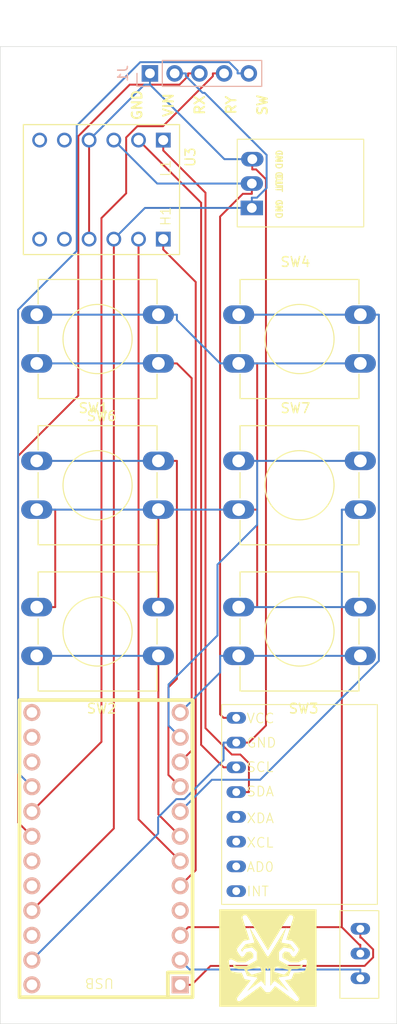
<source format=kicad_pcb>
(kicad_pcb (version 20240108) (generator "pcbnew") (generator_version "8.0")
  (layers (0 "F.Cu" signal) (31 "B.Cu" signal) (34 "B.Paste" user) (35 "F.Paste" user) (36 "B.SilkS" user "B.Silkscreen") (37 "F.SilkS" user "F.Silkscreen") (38 "B.Mask" user) (39 "F.Mask" user) (44 "Edge.Cuts" user))
  (net 0 "")
  (net 1 "Net-(MPU1-SDA)")
  (net 2 "Net-(MPU1-VCC)")
  (net 4 "Net-(J1-Pin_1)")
  (net 8 "Net-(MPU1-SCL)")
  (net 9 "Net-(J1-Pin_2)")
  (net 10 "Net-(U1-D7)")
  (net 11 "Net-(U1-D4)")
  (net 12 "Net-(U1-B5)")
  (net 14 "Net-(J1-Pin_4)")
  (net 15 "Net-(J1-Pin_5)")
  (net 16 "Net-(J1-Pin_3)")
  (net 17 "Net-(U1-SCL)")
  (net 18 "Net-(U1-E6)")
  (net 25 "Net-(SW5-C)")
  (net 26 "Net-(U1-SDA)")
  (net 28 "Net-(SW5-A)")
  (net 29 "Net-(U1-B4)")
  (net 34 "Net-(U1-C6)")
  (net 35 "Net-(SW5-B)")
  (footprint "Library:MPU6050 Accelerometer" (layer "F.Cu") (at 185.5 104)
    (property "Reference" "MPU1" (hide yes))
    (property "Value" "~" (hide yes))
    (fp_text user "XCL" (at -5.5 2.25 0) (layer "F.SilkS") (effects (font (thickness 0.1)) (justify left bottom)))
    (fp_text user "INT" (at -5.5 7.25 0) (layer "F.SilkS") (effects (font (thickness 0.1)) (justify left bottom)))
    (fp_text user "SDA" (at -5.5 -3 0) (layer "F.SilkS") (effects (font (thickness 0.1)) (justify left bottom)))
    (fp_text user "SCL" (at -5.5 -5.5 0) (layer "F.SilkS") (effects (font (thickness 0.1)) (justify left bottom)))
    (fp_text user "GND" (at -5.5 -8 0) (layer "F.SilkS") (effects (font (thickness 0.1)) (justify left bottom)))
    (fp_text user "AD0" (at -5.5 4.75 0) (layer "F.SilkS") (effects (font (thickness 0.1)) (justify left bottom)))
    (fp_text user "VCC" (at -5.5 -10.5 0) (layer "F.SilkS") (effects (font (thickness 0.1)) (justify left bottom)))
    (fp_text user "XDA" (at -5.5 -0.25 0) (layer "F.SilkS") (effects (font (thickness 0.1)) (justify left bottom)))
    (pad "1" thru_hole oval (at -6.5 -11.14 270) (size 1.2 2) (drill 0.8) (layers "*.Cu" "*.Mask") (net 2 "Net-(MPU1-VCC)"))
    (pad "2" thru_hole oval (at -6.5 -8.6 270) (size 1.2 2) (drill 0.8) (layers "*.Cu" "*.Mask") (net 4 "Net-(J1-Pin_1)"))
    (pad "3" thru_hole oval (at -6.5 -6.06 270) (size 1.2 2) (drill 0.8) (layers "*.Cu" "*.Mask") (net 8 "Net-(MPU1-SCL)"))
    (pad "4" thru_hole oval (at -6.5 -3.52 270) (size 1.2 2) (drill 0.8) (layers "*.Cu" "*.Mask") (net 1 "Net-(MPU1-SDA)"))
    (pad "5" thru_hole oval (at -6.5 -0.98 270) (size 1.2 2) (drill 0.8) (layers "*.Cu" "*.Mask"))
    (pad "6" thru_hole oval (at -6.5 1.56 270) (size 1.2 2) (drill 0.8) (layers "*.Cu" "*.Mask"))
    (pad "7" thru_hole oval (at -6.5 4.1 270) (size 1.2 2) (drill 0.8) (layers "*.Cu" "*.Mask"))
    (pad "8" thru_hole oval (at -6.5 6.64 270) (size 1.2 2) (drill 0.8) (layers "*.Cu" "*.Mask"))
  )
  (footprint "Library:SS12D00G SPDT Micro Switch" (layer "F.Cu") (at 191.75 117.04 -90)
    (property "Reference" "SW5" (hide yes))
    (property "Value" "SW_SPDT" (hide yes))
    (pad "1" thru_hole oval (at -2.54 0 270) (size 1.2 2) (drill 0.8) (layers "*.Cu" "*.Mask") (net 28 "Net-(SW5-A)"))
    (pad "2" thru_hole oval (at 0 0 270) (size 1.2 2) (drill 0.8) (layers "*.Cu" "*.Mask") (net 35 "Net-(SW5-B)"))
    (pad "3" thru_hole oval (at 2.54 0 270) (size 1.2 2) (drill 0.8) (layers "*.Cu" "*.Mask") (net 25 "Net-(SW5-C)"))
  )
  (footprint "Library:SW_PUSH-12mmWITHCap" (layer "F.Cu") (at 171 56.5 180)
    (property "Reference" "SW6" (at 5.83 -5.41 180) (layer "F.SilkS"))
    (property "Value" "SW_Omron_B3FS")
    (pad "1" thru_hole oval (at 0 0 180) (size 3.2 1.9) (drill 1.3) (layers "*.Cu" "*.Mask") (net 18 "Net-(U1-E6)"))
    (pad "1" thru_hole oval (at 12.5 0 180) (size 3.2 1.9) (drill 1.3) (layers "*.Cu" "*.Mask") (net 18 "Net-(U1-E6)"))
    (pad "2" thru_hole oval (at 0 5 180) (size 3.2 1.9) (drill 1.3) (layers "*.Cu" "*.Mask") (net 35 "Net-(SW5-B)"))
    (pad "2" thru_hole oval (at 12.5 5 180) (size 3.2 1.9) (drill 1.3) (layers "*.Cu" "*.Mask") (net 35 "Net-(SW5-B)"))
  )
  (footprint "Library:SmallInvertVCR" (layer "F.Cu") (at 182.25 117.5)
    (property "Reference" "G***" (hide yes))
    (property "Value" "LOGO" (hide yes))
  )
  (footprint "ProMicroFootprint:ARDUINO_PRO_MICRO" (layer "F.Cu") (at 165.62 106.28 90)
    (property "Reference" "U1" (hide yes))
    (property "Value" "ProMicro" (hide yes))
    (pad "1" thru_hole rect (at -13.97 7.62 90) (size 1.7526 1.7526) (drill 1.0922) (layers "*.Cu" "*.SilkS" "*.Mask") (net 28 "Net-(SW5-A)"))
    (pad "2" thru_hole circle (at -11.43 7.62 90) (size 1.7526 1.7526) (drill 1.0922) (layers "*.Cu" "*.SilkS" "*.Mask") (net 25 "Net-(SW5-C)"))
    (pad "3" thru_hole circle (at -8.89 7.62 90) (size 1.7526 1.7526) (drill 1.0922) (layers "*.Cu" "*.SilkS" "*.Mask") (net 35 "Net-(SW5-B)"))
    (pad "4" thru_hole circle (at -6.35 7.62 90) (size 1.7526 1.7526) (drill 1.0922) (layers "*.Cu" "*.SilkS" "*.Mask"))
    (pad "5" thru_hole circle (at -3.81 7.62 90) (size 1.7526 1.7526) (drill 1.0922) (layers "*.Cu" "*.SilkS" "*.Mask") (net 26 "Net-(U1-SDA)"))
    (pad "6" thru_hole circle (at -1.27 7.62 90) (size 1.7526 1.7526) (drill 1.0922) (layers "*.Cu" "*.SilkS" "*.Mask") (net 17 "Net-(U1-SCL)"))
    (pad "7" thru_hole circle (at 1.27 7.62 90) (size 1.7526 1.7526) (drill 1.0922) (layers "*.Cu" "*.SilkS" "*.Mask") (net 11 "Net-(U1-D4)"))
    (pad "8" thru_hole circle (at 3.81 7.62 90) (size 1.7526 1.7526) (drill 1.0922) (layers "*.Cu" "*.SilkS" "*.Mask") (net 34 "Net-(U1-C6)"))
    (pad "9" thru_hole circle (at 6.35 7.62 90) (size 1.7526 1.7526) (drill 1.0922) (layers "*.Cu" "*.SilkS" "*.Mask") (net 10 "Net-(U1-D7)"))
    (pad "10" thru_hole circle (at 8.89 7.62 90) (size 1.7526 1.7526) (drill 1.0922) (layers "*.Cu" "*.SilkS" "*.Mask") (net 18 "Net-(U1-E6)"))
    (pad "11" thru_hole circle (at 11.43 7.62 90) (size 1.7526 1.7526) (drill 1.0922) (layers "*.Cu" "*.SilkS" "*.Mask") (net 29 "Net-(U1-B4)"))
    (pad "12" thru_hole circle (at 13.97 7.62 90) (size 1.7526 1.7526) (drill 1.0922) (layers "*.Cu" "*.SilkS" "*.Mask") (net 12 "Net-(U1-B5)"))
    (pad "13" thru_hole circle (at 13.97 -7.62 90) (size 1.7526 1.7526) (drill 1.0922) (layers "*.Cu" "*.SilkS" "*.Mask"))
    (pad "14" thru_hole circle (at 11.43 -7.62 90) (size 1.7526 1.7526) (drill 1.0922) (layers "*.Cu" "*.SilkS" "*.Mask"))
    (pad "15" thru_hole circle (at 8.89 -7.62 90) (size 1.7526 1.7526) (drill 1.0922) (layers "*.Cu" "*.SilkS" "*.Mask"))
    (pad "16" thru_hole circle (at 6.35 -7.62 90) (size 1.7526 1.7526) (drill 1.0922) (layers "*.Cu" "*.SilkS" "*.Mask") (net 15 "Net-(J1-Pin_5)"))
    (pad "17" thru_hole circle (at 3.81 -7.62 90) (size 1.7526 1.7526) (drill 1.0922) (layers "*.Cu" "*.SilkS" "*.Mask") (net 14 "Net-(J1-Pin_4)"))
    (pad "18" thru_hole circle (at 1.27 -7.62 90) (size 1.7526 1.7526) (drill 1.0922) (layers "*.Cu" "*.SilkS" "*.Mask") (net 16 "Net-(J1-Pin_3)"))
    (pad "19" thru_hole circle (at -1.27 -7.62 90) (size 1.7526 1.7526) (drill 1.0922) (layers "*.Cu" "*.SilkS" "*.Mask"))
    (pad "20" thru_hole circle (at -3.81 -7.62 90) (size 1.7526 1.7526) (drill 1.0922) (layers "*.Cu" "*.SilkS" "*.Mask"))
    (pad "21" thru_hole circle (at -6.35 -7.62 90) (size 1.7526 1.7526) (drill 1.0922) (layers "*.Cu" "*.SilkS" "*.Mask") (net 9 "Net-(J1-Pin_2)"))
    (pad "22" thru_hole circle (at -8.89 -7.62 90) (size 1.7526 1.7526) (drill 1.0922) (layers "*.Cu" "*.SilkS" "*.Mask"))
    (pad "23" thru_hole circle (at -11.43 -7.62 90) (size 1.7526 1.7526) (drill 1.0922) (layers "*.Cu" "*.SilkS" "*.Mask") (net 4 "Net-(J1-Pin_1)"))
    (pad "24" thru_hole circle (at -13.97 -7.62 90) (size 1.7526 1.7526) (drill 1.0922) (layers "*.Cu" "*.SilkS" "*.Mask"))
  )
  (footprint "Library:SW_PUSH-12mmWITHCap" (layer "F.Cu") (at 179.25 66.5)
    (property "Reference" "SW7" (at 5.83 -5.41 0) (layer "F.SilkS"))
    (property "Value" "SW_Omron_B3FS")
    (pad "1" thru_hole oval (at 0 0) (size 3.2 1.9) (drill 1.3) (layers "*.Cu" "*.Mask") (net 29 "Net-(U1-B4)"))
    (pad "1" thru_hole oval (at 12.5 0) (size 3.2 1.9) (drill 1.3) (layers "*.Cu" "*.Mask") (net 29 "Net-(U1-B4)"))
    (pad "2" thru_hole oval (at 0 5) (size 3.2 1.9) (drill 1.3) (layers "*.Cu" "*.Mask") (net 35 "Net-(SW5-B)"))
    (pad "2" thru_hole oval (at 12.5 5) (size 3.2 1.9) (drill 1.3) (layers "*.Cu" "*.Mask") (net 35 "Net-(SW5-B)"))
  )
  (footprint "Library:SW_PUSH-12mmWITHCap" (layer "F.Cu") (at 158.5 66.5)
    (property "Reference" "SW1" (at 5.83 -5.41 0) (layer "F.SilkS"))
    (property "Value" "SW_Omron_B3FS")
    (pad "1" thru_hole oval (at 0 0) (size 3.2 1.9) (drill 1.3) (layers "*.Cu" "*.Mask") (net 10 "Net-(U1-D7)"))
    (pad "1" thru_hole oval (at 12.5 0) (size 3.2 1.9) (drill 1.3) (layers "*.Cu" "*.Mask") (net 10 "Net-(U1-D7)"))
    (pad "2" thru_hole oval (at 0 5) (size 3.2 1.9) (drill 1.3) (layers "*.Cu" "*.Mask") (net 35 "Net-(SW5-B)"))
    (pad "2" thru_hole oval (at 12.5 5) (size 3.2 1.9) (drill 1.3) (layers "*.Cu" "*.Mask") (net 35 "Net-(SW5-B)"))
  )
  (footprint "Logic Converter:BiDirectional Logic Converter" (layer "F.Cu") (at 165.15 38.67 -90)
    (property "Reference" "U3" (at -3.325 -9.135 -90) (layer "F.SilkS"))
    (property "Value" "BOB-12009")
    (pad "GND_1" thru_hole circle (at 5.08 1.27 270) (size 1.524 1.524) (drill 1.016) (layers "*.Cu" "*.Mask") (net 4 "Net-(J1-Pin_1)"))
    (pad "GND_2" thru_hole circle (at -5.08 1.27 270) (size 1.524 1.524) (drill 1.016) (layers "*.Cu" "*.Mask") (net 4 "Net-(J1-Pin_1)"))
    (pad "HV" thru_hole circle (at 5.08 -1.27 270) (size 1.524 1.524) (drill 1.016) (layers "*.Cu" "*.Mask") (net 9 "Net-(J1-Pin_2)"))
    (pad "HV1" thru_hole rect (at 5.08 -6.35 270) (size 1.524 1.524) (drill 1.016) (layers "*.Cu" "*.Mask") (net 26 "Net-(U1-SDA)"))
    (pad "HV2" thru_hole circle (at 5.08 -3.81 270) (size 1.524 1.524) (drill 1.016) (layers "*.Cu" "*.Mask") (net 17 "Net-(U1-SCL)"))
    (pad "HV3" thru_hole circle (at 5.08 3.81 270) (size 1.524 1.524) (drill 1.016) (layers "*.Cu" "*.Mask"))
    (pad "HV4" thru_hole circle (at 5.08 6.35 270) (size 1.524 1.524) (drill 1.016) (layers "*.Cu" "*.Mask"))
    (pad "LV" thru_hole circle (at -5.08 -1.27 270) (size 1.524 1.524) (drill 1.016) (layers "*.Cu" "*.Mask") (net 2 "Net-(MPU1-VCC)"))
    (pad "LV1" thru_hole rect (at -5.08 -6.35 270) (size 1.524 1.524) (drill 1.016) (layers "*.Cu" "*.Mask") (net 1 "Net-(MPU1-SDA)"))
    (pad "LV2" thru_hole circle (at -5.08 -3.81 270) (size 1.524 1.524) (drill 1.016) (layers "*.Cu" "*.Mask") (net 8 "Net-(MPU1-SCL)"))
    (pad "LV3" thru_hole circle (at -5.08 3.81 270) (size 1.524 1.524) (drill 1.016) (layers "*.Cu" "*.Mask"))
    (pad "LV4" thru_hole circle (at -5.08 6.35 270) (size 1.524 1.524) (drill 1.016) (layers "*.Cu" "*.Mask"))
  )
  (footprint "Library:SW_PUSH-12mmWITHCap" (layer "F.Cu") (at 171 86.5 180)
    (property "Reference" "SW2" (at 5.83 -5.41 180) (layer "F.SilkS"))
    (property "Value" "SW_Omron_B3FS")
    (pad "1" thru_hole oval (at 0 0 180) (size 3.2 1.9) (drill 1.3) (layers "*.Cu" "*.Mask") (net 11 "Net-(U1-D4)"))
    (pad "1" thru_hole oval (at 12.5 0 180) (size 3.2 1.9) (drill 1.3) (layers "*.Cu" "*.Mask") (net 11 "Net-(U1-D4)"))
    (pad "2" thru_hole oval (at 0 5 180) (size 3.2 1.9) (drill 1.3) (layers "*.Cu" "*.Mask") (net 35 "Net-(SW5-B)"))
    (pad "2" thru_hole oval (at 12.5 5 180) (size 3.2 1.9) (drill 1.3) (layers "*.Cu" "*.Mask") (net 35 "Net-(SW5-B)"))
  )
  (footprint "Library:SW_PUSH-12mmWITHCap" (layer "F.Cu") (at 191.75 86.5 180)
    (property "Reference" "SW3" (at 5.83 -5.41 180) (layer "F.SilkS"))
    (property "Value" "SW_Omron_B3FS")
    (pad "1" thru_hole oval (at 0 0 180) (size 3.2 1.9) (drill 1.3) (layers "*.Cu" "*.Mask") (net 12 "Net-(U1-B5)"))
    (pad "1" thru_hole oval (at 12.5 0 180) (size 3.2 1.9) (drill 1.3) (layers "*.Cu" "*.Mask") (net 12 "Net-(U1-B5)"))
    (pad "2" thru_hole oval (at 0 5 180) (size 3.2 1.9) (drill 1.3) (layers "*.Cu" "*.Mask") (net 35 "Net-(SW5-B)"))
    (pad "2" thru_hole oval (at 12.5 5 180) (size 3.2 1.9) (drill 1.3) (layers "*.Cu" "*.Mask") (net 35 "Net-(SW5-B)"))
  )
  (footprint "Library:3.3v InOutGnd Voltage Regulator Invert" (layer "F.Cu") (at 179.1 38 -90)
    (property "Reference" "U2" (hide yes))
    (property "Value" "~")
    (fp_text user "GND OUT  IN" (at -0.25 -3.9 -90) (layer "F.SilkS") (effects (font (size 0.65 0.65) (thickness 0.125) (bold yes)) (justify bottom)))
    (fp_text user "IN  OUT  GND" (at 0.25 -3.9 -90) (layer "F.SilkS") (effects (font (size 0.65 0.65) (thickness 0.125) (bold yes)) (justify bottom)))
    (pad "1" thru_hole rect (at 2.55 -1.5 270) (size 1.5 2.3) (drill 1) (layers "*.Cu" "*.Mask") (net 9 "Net-(J1-Pin_2)"))
    (pad "2" thru_hole oval (at 0.05 -1.5 270) (size 1.5 2.3) (drill 1) (layers "*.Cu" "*.Mask") (net 2 "Net-(MPU1-VCC)"))
    (pad "3" thru_hole oval (at -2.45 -1.55 270) (size 1.5 2.3) (drill 1) (layers "*.Cu" "*.Mask") (net 4 "Net-(J1-Pin_1)"))
  )
  (footprint "Library:SW_PUSH-12mmWITHCap" (layer "F.Cu") (at 179.25 51.5)
    (property "Reference" "SW4" (at 5.83 -5.41 0) (layer "F.SilkS"))
    (property "Value" "SW_Omron_B3FS")
    (pad "1" thru_hole oval (at 0 0) (size 3.2 1.9) (drill 1.3) (layers "*.Cu" "*.Mask") (net 34 "Net-(U1-C6)"))
    (pad "1" thru_hole oval (at 12.5 0) (size 3.2 1.9) (drill 1.3) (layers "*.Cu" "*.Mask") (net 34 "Net-(U1-C6)"))
    (pad "2" thru_hole oval (at 0 5) (size 3.2 1.9) (drill 1.3) (layers "*.Cu" "*.Mask") (net 35 "Net-(SW5-B)"))
    (pad "2" thru_hole oval (at 12.5 5) (size 3.2 1.9) (drill 1.3) (layers "*.Cu" "*.Mask") (net 35 "Net-(SW5-B)"))
  )
  (footprint "Library:Joystick Module" (layer "B.Cu") (at 170.13 26.75 -90)
    (property "Reference" "J1" (at 0 2.77 90) (layer "B.SilkS") (effects (justify mirror)))
    (property "Value" "Conn_01x05_Socket")
    (pad "1" thru_hole rect (at 0 0 270) (size 1.7 1.7) (drill 1) (layers "*.Cu" "*.Mask") (net 4 "Net-(J1-Pin_1)"))
    (pad "2" thru_hole oval (at 0 -2.54 270) (size 1.7 1.7) (drill 1) (layers "*.Cu" "*.Mask") (net 9 "Net-(J1-Pin_2)"))
    (pad "3" thru_hole oval (at 0 -5.08 270) (size 1.7 1.7) (drill 1) (layers "*.Cu" "*.Mask") (net 16 "Net-(J1-Pin_3)"))
    (pad "4" thru_hole oval (at 0 -7.62 270) (size 1.7 1.7) (drill 1) (layers "*.Cu" "*.Mask") (net 14 "Net-(J1-Pin_4)"))
    (pad "5" thru_hole oval (at 0 -10.16 270) (size 1.7 1.7) (drill 1) (layers "*.Cu" "*.Mask") (net 15 "Net-(J1-Pin_5)"))
  )
  (gr_rect (start 154.75 24) (end 195.5 124.25) (stroke (width 0.05)) (fill none) (layer "Edge.Cuts"))
  (gr_text "H1    L1" (at 171.75 39 90) (layer "F.SilkS") (effects (font (size 1 1) (thickness 0.1))))
  (gr_text "GND\n\nVIN\n\nRX\n\nRY\n\nSW" (at 175.25 30 90) (layer "F.SilkS") (effects (font (size 1 1) (thickness 0.2) (bold yes))))
  (gr_text "USB" (at 166.5 119.5 180) (layer "F.SilkS") (effects (font (size 1 1) (thickness 0.1)) (justify left bottom)))
  (segment (start 171.5 34.6537) (end 175.8391 38.9928) (width 0.2) (layer "F.Cu") (net 1))
  (segment (start 179 100.48) (end 180.3017 100.48) (width 0.2) (layer "F.Cu") (net 1))
  (segment (start 178.5447 96.6251) (end 179.4219 96.6251) (width 0.2) (layer "F.Cu") (net 1))
  (segment (start 175.8391 93.9195) (end 178.5447 96.6251) (width 0.2) (layer "F.Cu") (net 1))
  (segment (start 180.3017 97.5049) (end 180.3017 100.48) (width 0.2) (layer "F.Cu") (net 1))
  (segment (start 171.5 33.59) (end 171.5 34.6537) (width 0.2) (layer "F.Cu") (net 1))
  (segment (start 179.4219 96.6251) (end 180.3017 97.5049) (width 0.2) (layer "F.Cu") (net 1))
  (segment (start 175.8391 38.9928) (end 175.8391 93.9195) (width 0.2) (layer "F.Cu") (net 1))
  (segment (start 179 92.86) (end 177.6983 92.86) (width 0.2) (layer "F.Cu") (net 2))
  (segment (start 179.6798 39.1017) (end 177.3393 41.4422) (width 0.2) (layer "F.Cu") (net 2))
  (segment (start 177.3393 92.501) (end 177.6983 92.86) (width 0.2) (layer "F.Cu") (net 2))
  (segment (start 177.3393 41.4422) (end 177.3393 92.501) (width 0.2) (layer "F.Cu") (net 2))
  (segment (start 180.6 39.1017) (end 179.6798 39.1017) (width 0.2) (layer "F.Cu") (net 2))
  (segment (start 180.6 38.05) (end 180.6 39.1017) (width 0.2) (layer "F.Cu") (net 2))
  (segment (start 180.6 38.05) (end 179.1483 38.05) (width 0.2) (layer "B.Cu") (net 2))
  (segment (start 166.42 33.59) (end 170.88 38.05) (width 0.2) (layer "B.Cu") (net 2))
  (segment (start 170.88 38.05) (end 179.1483 38.05) (width 0.2) (layer "B.Cu") (net 2))
  (segment (start 182.0517 93.65) (end 180.3017 95.4) (width 0.2) (layer "F.Cu") (net 4))
  (segment (start 180.65 35.55) (end 180.65 36.6017) (width 0.2) (layer "F.Cu") (net 4))
  (segment (start 182.0517 37.609) (end 182.0517 93.65) (width 0.2) (layer "F.Cu") (net 4))
  (segment (start 179 95.4) (end 180.3017 95.4) (width 0.2) (layer "F.Cu") (net 4))
  (segment (start 163.88 33.59) (end 163.88 43.75) (width 0.2) (layer "F.Cu") (net 4))
  (segment (start 181.0444 36.6017) (end 182.0517 37.609) (width 0.2) (layer "F.Cu") (net 4))
  (segment (start 180.65 36.6017) (end 181.0444 36.6017) (width 0.2) (layer "F.Cu") (net 4))
  (segment (start 177.6983 97.1855) (end 177.6983 95.4) (width 0.2) (layer "B.Cu") (net 4))
  (segment (start 170.13 27.9002) (end 169.5698 27.9002) (width 0.2) (layer "B.Cu") (net 4))
  (segment (start 158 117.71) (end 170.9751 104.7349) (width 0.2) (layer "B.Cu") (net 4))
  (segment (start 170.13 27.8008) (end 170.13 27.9002) (width 0.2) (layer "B.Cu") (net 4))
  (segment (start 170.9751 104.7349) (end 170.9751 103.0656) (width 0.2) (layer "B.Cu") (net 4))
  (segment (start 170.13 26.75) (end 170.13 27.8008) (width 0.2) (layer "B.Cu") (net 4))
  (segment (start 170.9751 103.0656) (end 172.8407 101.2) (width 0.2) (layer "B.Cu") (net 4))
  (segment (start 170.13 27.9002) (end 177.7798 35.55) (width 0.2) (layer "B.Cu") (net 4))
  (segment (start 177.7798 35.55) (end 180.65 35.55) (width 0.2) (layer "B.Cu") (net 4))
  (segment (start 179 95.4) (end 177.6983 95.4) (width 0.2) (layer "B.Cu") (net 4))
  (segment (start 172.8407 101.2) (end 173.6838 101.2) (width 0.2) (layer "B.Cu") (net 4))
  (segment (start 173.6838 101.2) (end 177.6983 97.1855) (width 0.2) (layer "B.Cu") (net 4))
  (segment (start 169.5698 27.9002) (end 163.88 33.59) (width 0.2) (layer "B.Cu") (net 4))
  (segment (start 175.39 40.02) (end 175.39 95.6318) (width 0.2) (layer "F.Cu") (net 8))
  (segment (start 175.39 95.6318) (end 175.3901 95.6318) (width 0.2) (layer "F.Cu") (net 8))
  (segment (start 175.3901 95.6318) (end 177.6983 97.94) (width 0.2) (layer "F.Cu") (net 8))
  (segment (start 168.96 33.59) (end 175.39 40.02) (width 0.2) (layer "F.Cu") (net 8))
  (segment (start 179 97.94) (end 177.6983 97.94) (width 0.2) (layer "F.Cu") (net 8))
  (segment (start 166.42 104.21) (end 158 112.63) (width 0.2) (layer "F.Cu") (net 9))
  (segment (start 166.42 43.75) (end 166.42 104.21) (width 0.2) (layer "F.Cu") (net 9))
  (segment (start 166.42 43.75) (end 169.62 40.55) (width 0.2) (layer "B.Cu") (net 9))
  (segment (start 180.6 39.4983) (end 181.1258 39.4983) (width 0.2) (layer "B.Cu") (net 9))
  (segment (start 175.7506 28.7449) (end 175.5449 28.7449) (width 0.2) (layer "B.Cu") (net 9))
  (segment (start 180.6 40.55) (end 180.6 39.4983) (width 0.2) (layer "B.Cu") (net 9))
  (segment (start 172.67 26.75) (end 173.8217 26.75) (width 0.2) (layer "B.Cu") (net 9))
  (segment (start 182.1206 38.5035) (end 182.1206 35.1149) (width 0.2) (layer "B.Cu") (net 9))
  (segment (start 182.1206 35.1149) (end 175.7506 28.7449) (width 0.2) (layer "B.Cu") (net 9))
  (segment (start 173.8217 27.0217) (end 173.8217 26.75) (width 0.2) (layer "B.Cu") (net 9))
  (segment (start 169.62 40.55) (end 180.6 40.55) (width 0.2) (layer "B.Cu") (net 9))
  (segment (start 181.1258 39.4983) (end 182.1206 38.5035) (width 0.2) (layer "B.Cu") (net 9))
  (segment (start 175.5449 28.7449) (end 173.8217 27.0217) (width 0.2) (layer "B.Cu") (net 9))
  (segment (start 171 66.5) (end 172.9017 66.5) (width 0.2) (layer "F.Cu") (net 10))
  (segment (start 172.9017 88.8673) (end 172.0299 89.7391) (width 0.2) (layer "F.Cu") (net 10))
  (segment (start 172.0299 98.7199) (end 173.24 99.93) (width 0.2) (layer "F.Cu") (net 10))
  (segment (start 172.0299 89.7391) (end 172.0299 98.7199) (width 0.2) (layer "F.Cu") (net 10))
  (segment (start 172.9017 66.5) (end 172.9017 88.8673) (width 0.2) (layer "F.Cu") (net 10))
  (segment (start 171 66.5) (end 158.5 66.5) (width 0.2) (layer "B.Cu") (net 10))
  (segment (start 173.24 105.01) (end 171 102.77) (width 0.2) (layer "F.Cu") (net 11))
  (segment (start 171 102.77) (end 171 86.5) (width 0.2) (layer "F.Cu") (net 11))
  (segment (start 158.5 86.5) (end 171 86.5) (width 0.2) (layer "B.Cu") (net 11))
  (segment (start 179.25 86.5) (end 191.75 86.5) (width 0.2) (layer "B.Cu") (net 12))
  (segment (start 177.3483 88.2017) (end 177.3483 86.5) (width 0.2) (layer "B.Cu") (net 12))
  (segment (start 179.25 86.5) (end 177.3483 86.5) (width 0.2) (layer "B.Cu") (net 12))
  (segment (start 173.24 92.31) (end 177.3483 88.2017) (width 0.2) (layer "B.Cu") (net 12))
  (segment (start 176.5983 27.0379) (end 171.4654 32.1708) (width 0.2) (layer "F.Cu") (net 14))
  (segment (start 167.69 39.0515) (end 165.15 41.5915) (width 0.2) (layer "F.Cu") (net 14))
  (segment (start 176.5983 26.75) (end 176.5983 27.0379) (width 0.2) (layer "F.Cu") (net 14))
  (segment (start 167.69 33.3217) (end 167.69 39.0515) (width 0.2) (layer "F.Cu") (net 14))
  (segment (start 165.15 95.32) (end 158 102.47) (width 0.2) (layer "F.Cu") (net 14))
  (segment (start 168.8409 32.1708) (end 167.69 33.3217) (width 0.2) (layer "F.Cu") (net 14))
  (segment (start 177.75 26.75) (end 176.5983 26.75) (width 0.2) (layer "F.Cu") (net 14))
  (segment (start 171.4654 32.1708) (end 168.8409 32.1708) (width 0.2) (layer "F.Cu") (net 14))
  (segment (start 165.15 41.5915) (end 165.15 95.32) (width 0.2) (layer "F.Cu") (net 14))
  (segment (start 156.5853 98.5153) (end 158 99.93) (width 0.2) (layer "B.Cu") (net 15))
  (segment (start 156.5853 50.9945) (end 156.5853 98.5153) (width 0.2) (layer "B.Cu") (net 15))
  (segment (start 162.61 32.1248) (end 162.61 44.9698) (width 0.2) (layer "B.Cu") (net 15))
  (segment (start 169.1365 25.5983) (end 162.61 32.1248) (width 0.2) (layer "B.Cu") (net 15))
  (segment (start 179.1383 26.462) (end 178.2746 25.5983) (width 0.2) (layer "B.Cu") (net 15))
  (segment (start 179.1383 26.75) (end 179.1383 26.462) (width 0.2) (layer "B.Cu") (net 15))
  (segment (start 180.29 26.75) (end 179.1383 26.75) (width 0.2) (layer "B.Cu") (net 15))
  (segment (start 162.61 44.9698) (end 156.5853 50.9945) (width 0.2) (layer "B.Cu") (net 15))
  (segment (start 178.2746 25.5983) (end 169.1365 25.5983) (width 0.2) (layer "B.Cu") (net 15))
  (segment (start 156.5853 65.9945) (end 156.5853 103.5953) (width 0.2) (layer "F.Cu") (net 16))
  (segment (start 174.0583 26.75) (end 174.0583 27.0136) (width 0.2) (layer "F.Cu") (net 16))
  (segment (start 173.1702 27.9017) (end 168.0557 27.9017) (width 0.2) (layer "F.Cu") (net 16))
  (segment (start 174.0583 27.0136) (end 173.1702 27.9017) (width 0.2) (layer "F.Cu") (net 16))
  (segment (start 162.7704 59.8094) (end 156.5853 65.9945) (width 0.2) (layer "F.Cu") (net 16))
  (segment (start 162.7704 33.187) (end 162.7704 59.8094) (width 0.2) (layer "F.Cu") (net 16))
  (segment (start 156.5853 103.5953) (end 158 105.01) (width 0.2) (layer "F.Cu") (net 16))
  (segment (start 168.0557 27.9017) (end 162.7704 33.187) (width 0.2) (layer "F.Cu") (net 16))
  (segment (start 175.21 26.75) (end 174.0583 26.75) (width 0.2) (layer "F.Cu") (net 16))
  (segment (start 168.96 43.75) (end 168.96 103.27) (width 0.2) (layer "F.Cu") (net 17))
  (segment (start 168.96 103.27) (end 173.24 107.55) (width 0.2) (layer "F.Cu") (net 17))
  (segment (start 171 56.5) (end 172.9017 56.5) (width 0.2) (layer "F.Cu") (net 18))
  (segment (start 174.418 96.212) (end 174.418 58.0163) (width 0.2) (layer "F.Cu") (net 18))
  (segment (start 174.418 58.0163) (end 172.9017 56.5) (width 0.2) (layer "F.Cu") (net 18))
  (segment (start 173.24 97.39) (end 174.418 96.212) (width 0.2) (layer "F.Cu") (net 18))
  (segment (start 158.5 56.5) (end 171 56.5) (width 0.2) (layer "B.Cu") (net 18))
  (segment (start 174.2083 118.6783) (end 191.75 118.6783) (width 0.2) (layer "B.Cu") (net 25))
  (segment (start 173.24 117.71) (end 174.2083 118.6783) (width 0.2) (layer "B.Cu") (net 25))
  (segment (start 191.75 119.58) (end 191.75 118.6783) (width 0.2) (layer "B.Cu") (net 25))
  (segment (start 174.8339 108.4961) (end 173.24 110.09) (width 0.2) (layer "F.Cu") (net 26))
  (segment (start 171.5 44.8137) (end 174.8339 48.1476) (width 0.2) (layer "F.Cu") (net 26))
  (segment (start 174.8339 48.1476) (end 174.8339 108.4961) (width 0.2) (layer "F.Cu") (net 26))
  (segment (start 171.5 43.75) (end 171.5 44.8137) (width 0.2) (layer "F.Cu") (net 26))
  (segment (start 176.358 118.31) (end 192.1887 118.31) (width 0.2) (layer "F.Cu") (net 28))
  (segment (start 174.418 120.25) (end 176.358 118.31) (width 0.2) (layer "F.Cu") (net 28))
  (segment (start 193.0661 116.6211) (end 191.8467 115.4017) (width 0.2) (layer "F.Cu") (net 28))
  (segment (start 191.75 114.5) (end 191.75 115.4017) (width 0.2) (layer "F.Cu") (net 28))
  (segment (start 173.24 120.25) (end 174.418 120.25) (width 0.2) (layer "F.Cu") (net 28))
  (segment (start 192.1887 118.31) (end 193.0661 117.4326) (width 0.2) (layer "F.Cu") (net 28))
  (segment (start 193.0661 117.4326) (end 193.0661 116.6211) (width 0.2) (layer "F.Cu") (net 28))
  (segment (start 191.8467 115.4017) (end 191.75 115.4017) (width 0.2) (layer "F.Cu") (net 28))
  (segment (start 173.24 94.85) (end 172.0464 93.6564) (width 0.2) (layer "B.Cu") (net 29))
  (segment (start 177.0705 77.1416) (end 181.1517 73.0604) (width 0.2) (layer "B.Cu") (net 29))
  (segment (start 191.75 66.5) (end 181.1517 66.5) (width 0.2) (layer "B.Cu") (net 29))
  (segment (start 177.0705 84.4095) (end 177.0705 77.1416) (width 0.2) (layer "B.Cu") (net 29))
  (segment (start 179.25 66.5) (end 181.1517 66.5) (width 0.2) (layer "B.Cu") (net 29))
  (segment (start 172.0464 89.4336) (end 177.0705 84.4095) (width 0.2) (layer "B.Cu") (net 29))
  (segment (start 172.0464 93.6564) (end 172.0464 89.4336) (width 0.2) (layer "B.Cu") (net 29))
  (segment (start 181.1517 73.0604) (end 181.1517 66.5) (width 0.2) (layer "B.Cu") (net 29))
  (segment (start 176.5 99.21) (end 173.24 102.47) (width 0.2) (layer "B.Cu") (net 34))
  (segment (start 193.6517 87.0226) (end 181.4643 99.21) (width 0.2) (layer "B.Cu") (net 34))
  (segment (start 191.75 51.5) (end 193.6517 51.5) (width 0.2) (layer "B.Cu") (net 34))
  (segment (start 193.6517 51.5) (end 193.6517 87.0226) (width 0.2) (layer "B.Cu") (net 34))
  (segment (start 191.75 51.5) (end 179.25 51.5) (width 0.2) (layer "B.Cu") (net 34))
  (segment (start 181.4643 99.21) (end 176.5 99.21) (width 0.2) (layer "B.Cu") (net 34))
  (segment (start 189.8483 114.3333) (end 191.6533 116.1383) (width 0.2) (layer "F.Cu") (net 35))
  (segment (start 160.4017 71.5) (end 160.4017 81.5) (width 0.2) (layer "F.Cu") (net 35))
  (segment (start 173.24 115.17) (end 174.0767 114.3333) (width 0.2) (layer "F.Cu") (net 35))
  (segment (start 189.8483 81.5) (end 189.8483 114.3333) (width 0.2) (layer "F.Cu") (net 35))
  (segment (start 179.25 71.5) (end 181.1517 71.5) (width 0.2) (layer "F.Cu") (net 35))
  (segment (start 174.0767 114.3333) (end 189.8483 114.3333) (width 0.2) (layer "F.Cu") (net 35))
  (segment (start 171 71.5) (end 171 81.5) (width 0.2) (layer "F.Cu") (net 35))
  (segment (start 181.1517 56.5) (end 181.1517 71.5) (width 0.2) (layer "F.Cu") (net 35))
  (segment (start 179.25 81.5) (end 181.1517 81.5) (width 0.2) (layer "F.Cu") (net 35))
  (segment (start 191.75 117.04) (end 191.75 116.1383) (width 0.2) (layer "F.Cu") (net 35))
  (segment (start 191.6533 116.1383) (end 191.75 116.1383) (width 0.2) (layer "F.Cu") (net 35))
  (segment (start 191.75 81.5) (end 189.8483 81.5) (width 0.2) (layer "F.Cu") (net 35))
  (segment (start 179.25 56.5) (end 181.1517 56.5) (width 0.2) (layer "F.Cu") (net 35))
  (segment (start 158.5 81.5) (end 160.4017 81.5) (width 0.2) (layer "F.Cu") (net 35))
  (segment (start 158.5 71.5) (end 160.4017 71.5) (width 0.2) (layer "F.Cu") (net 35))
  (segment (start 181.1517 71.5) (end 181.1517 81.5) (width 0.2) (layer "F.Cu") (net 35))
  (segment (start 189.8483 71.5) (end 189.8483 81.5) (width 0.2) (layer "B.Cu") (net 35))
  (segment (start 158.5 71.5) (end 171 71.5) (width 0.2) (layer "B.Cu") (net 35))
  (segment (start 189.8483 81.5) (end 179.25 81.5) (width 0.2) (layer "B.Cu") (net 35))
  (segment (start 191.75 71.5) (end 189.8483 71.5) (width 0.2) (layer "B.Cu") (net 35))
  (segment (start 179.25 71.5) (end 171 71.5) (width 0.2) (layer "B.Cu") (net 35))
  (segment (start 191.75 56.5) (end 179.25 56.5) (width 0.2) (layer "B.Cu") (net 35))
  (segment (start 172.9017 51.5) (end 172.9017 52.0534) (width 0.2) (layer "B.Cu") (net 35))
  (segment (start 172.9017 52.0534) (end 177.3483 56.5) (width 0.2) (layer "B.Cu") (net 35))
  (segment (start 191.75 81.5) (end 189.8483 81.5) (width 0.2) (layer "B.Cu") (net 35))
  (segment (start 158.5 51.5) (end 171 51.5) (width 0.2) (layer "B.Cu") (net 35))
  (segment (start 171 51.5) (end 172.9017 51.5) (width 0.2) (layer "B.Cu") (net 35))
  (segment (start 179.25 56.5) (end 177.3483 56.5) (width 0.2) (layer "B.Cu") (net 35))
)
</source>
